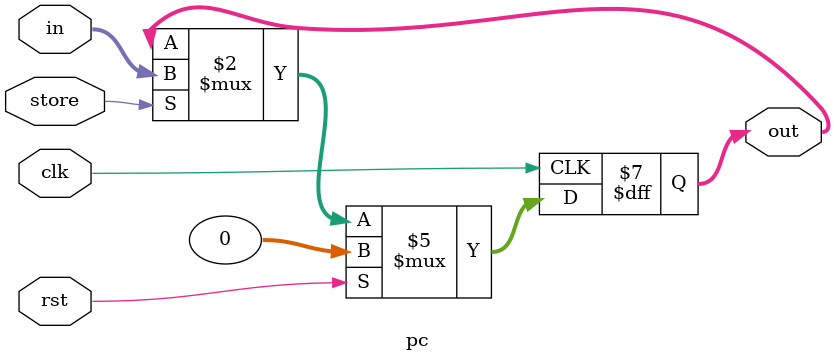
<source format=v>
module pc(in, rst, clk, store, out); 
    input [31:0] in;
    input rst, clk, store;
    output reg [31:0] out;
    
    always @(posedge clk) begin
        if (rst)
            out <= 0;
        else if(store)
            out <= in; 
    end
endmodule

</source>
